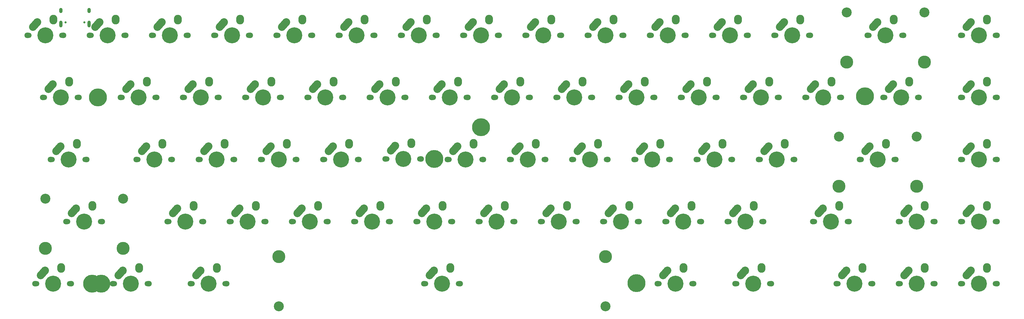
<source format=gbr>
G04 #@! TF.GenerationSoftware,KiCad,Pcbnew,(6.0.2)*
G04 #@! TF.CreationDate,2022-03-30T22:23:49+02:00*
G04 #@! TF.ProjectId,pcb,7063622e-6b69-4636-9164-5f7063625858,rev?*
G04 #@! TF.SameCoordinates,Original*
G04 #@! TF.FileFunction,Soldermask,Top*
G04 #@! TF.FilePolarity,Negative*
%FSLAX46Y46*%
G04 Gerber Fmt 4.6, Leading zero omitted, Abs format (unit mm)*
G04 Created by KiCad (PCBNEW (6.0.2)) date 2022-03-30 22:23:49*
%MOMM*%
%LPD*%
G01*
G04 APERTURE LIST*
G04 Aperture macros list*
%AMHorizOval*
0 Thick line with rounded ends*
0 $1 width*
0 $2 $3 position (X,Y) of the first rounded end (center of the circle)*
0 $4 $5 position (X,Y) of the second rounded end (center of the circle)*
0 Add line between two ends*
20,1,$1,$2,$3,$4,$5,0*
0 Add two circle primitives to create the rounded ends*
1,1,$1,$2,$3*
1,1,$1,$4,$5*%
G04 Aperture macros list end*
%ADD10C,5.500000*%
%ADD11C,1.800000*%
%ADD12C,1.700000*%
%ADD13C,4.900000*%
%ADD14HorizOval,2.400000X-0.669131X-0.743145X0.669131X0.743145X0*%
%ADD15C,2.400000*%
%ADD16O,2.400000X2.950000*%
%ADD17C,3.048000*%
%ADD18C,3.987800*%
%ADD19C,0.650000*%
%ADD20O,1.000000X1.600000*%
%ADD21O,1.000000X2.100000*%
G04 APERTURE END LIST*
D10*
X26625000Y-85725072D03*
X142875000Y-37750000D03*
X260425000Y-28227050D03*
X25600000Y-28575024D03*
X128587608Y-47425040D03*
X190500160Y-85525000D03*
D11*
X80225000Y-9525000D03*
X91225000Y-9525000D03*
D12*
X80645000Y-9525000D03*
D13*
X85725000Y-9525000D03*
D12*
X90805000Y-9525000D03*
D14*
X82594131Y-6231855D03*
D15*
X83225000Y-5525000D03*
D16*
X88225000Y-4725000D03*
D11*
X270725000Y-66675000D03*
D12*
X271145000Y-66675000D03*
D13*
X276225000Y-66675000D03*
D11*
X281725000Y-66675000D03*
D12*
X281305000Y-66675000D03*
D14*
X273094131Y-63381855D03*
D15*
X273725000Y-62675000D03*
D16*
X278725000Y-61875000D03*
D12*
X54451250Y-85725000D03*
D11*
X65031250Y-85725000D03*
D12*
X64611250Y-85725000D03*
D11*
X54031250Y-85725000D03*
D13*
X59531250Y-85725000D03*
D15*
X57031250Y-81725000D03*
D14*
X56400381Y-82431855D03*
D16*
X62031250Y-80925000D03*
D13*
X180975000Y-9525000D03*
D12*
X186055000Y-9525000D03*
X175895000Y-9525000D03*
D11*
X186475000Y-9525000D03*
X175475000Y-9525000D03*
D15*
X178475000Y-5525000D03*
D14*
X177844131Y-6231855D03*
D16*
X183475000Y-4725000D03*
D11*
X146900000Y-28575000D03*
D12*
X157480000Y-28575000D03*
X147320000Y-28575000D03*
D11*
X157900000Y-28575000D03*
D13*
X152400000Y-28575000D03*
D14*
X149269131Y-25281855D03*
D15*
X149900000Y-24575000D03*
D16*
X154900000Y-23775000D03*
D13*
X138112500Y-47625000D03*
D12*
X133032500Y-47625000D03*
X143192500Y-47625000D03*
D11*
X132612500Y-47625000D03*
X143612500Y-47625000D03*
D14*
X134981631Y-44331855D03*
D15*
X135612500Y-43625000D03*
D16*
X140612500Y-42825000D03*
D11*
X196906250Y-85725000D03*
D12*
X207486250Y-85725000D03*
X197326250Y-85725000D03*
D13*
X202406250Y-85725000D03*
D11*
X207906250Y-85725000D03*
D14*
X199275381Y-82431855D03*
D15*
X199906250Y-81725000D03*
D16*
X204906250Y-80925000D03*
D12*
X300355000Y-66675000D03*
D11*
X300775000Y-66675000D03*
X289775000Y-66675000D03*
D13*
X295275000Y-66675000D03*
D12*
X290195000Y-66675000D03*
D15*
X292775000Y-62675000D03*
D14*
X292144131Y-63381855D03*
D16*
X297775000Y-61875000D03*
D12*
X300355000Y-47625000D03*
D11*
X289775000Y-47625000D03*
X300775000Y-47625000D03*
D12*
X290195000Y-47625000D03*
D13*
X295275000Y-47625000D03*
D14*
X292144131Y-44331855D03*
D15*
X292775000Y-43625000D03*
D16*
X297775000Y-42825000D03*
D11*
X115037500Y-66675000D03*
D13*
X109537500Y-66675000D03*
D11*
X104037500Y-66675000D03*
D12*
X114617500Y-66675000D03*
X104457500Y-66675000D03*
D14*
X106406631Y-63381855D03*
D15*
X107037500Y-62675000D03*
D16*
X112037500Y-61875000D03*
D11*
X199287500Y-66675000D03*
D12*
X209867500Y-66675000D03*
X199707500Y-66675000D03*
D11*
X210287500Y-66675000D03*
D13*
X204787500Y-66675000D03*
D14*
X201656631Y-63381855D03*
D15*
X202287500Y-62675000D03*
D16*
X207287500Y-61875000D03*
D12*
X23495000Y-9525000D03*
D13*
X28575000Y-9525000D03*
D11*
X34075000Y-9525000D03*
X23075000Y-9525000D03*
D12*
X33655000Y-9525000D03*
D15*
X26075000Y-5525000D03*
D14*
X25444131Y-6231855D03*
D16*
X31075000Y-4725000D03*
D13*
X226218750Y-85725000D03*
D12*
X231298750Y-85725000D03*
X221138750Y-85725000D03*
D11*
X220718750Y-85725000D03*
X231718750Y-85725000D03*
D15*
X223718750Y-81725000D03*
D14*
X223087881Y-82431855D03*
D16*
X228718750Y-80925000D03*
D12*
X6826250Y-85725000D03*
D13*
X11906250Y-85725000D03*
D11*
X6406250Y-85725000D03*
X17406250Y-85725000D03*
D12*
X16986250Y-85725000D03*
D14*
X8775381Y-82431855D03*
D15*
X9406250Y-81725000D03*
D16*
X14406250Y-80925000D03*
D11*
X189762500Y-47625000D03*
D12*
X190182500Y-47625000D03*
D13*
X195262500Y-47625000D03*
D12*
X200342500Y-47625000D03*
D11*
X200762500Y-47625000D03*
D15*
X192762500Y-43625000D03*
D14*
X192131631Y-44331855D03*
D16*
X197762500Y-42825000D03*
D12*
X95567500Y-66675000D03*
D13*
X90487500Y-66675000D03*
D11*
X84987500Y-66675000D03*
X95987500Y-66675000D03*
D12*
X85407500Y-66675000D03*
D14*
X87356631Y-63381855D03*
D15*
X87987500Y-62675000D03*
D16*
X92987500Y-61875000D03*
D11*
X26931250Y-66675000D03*
D12*
X16351250Y-66675000D03*
D11*
X15931250Y-66675000D03*
D13*
X21431250Y-66675000D03*
D12*
X26511250Y-66675000D03*
D15*
X18931250Y-62675000D03*
D14*
X18300381Y-63381855D03*
D16*
X23931250Y-61875000D03*
D11*
X170712500Y-47625000D03*
D13*
X176212500Y-47625000D03*
D12*
X181292500Y-47625000D03*
X171132500Y-47625000D03*
D11*
X181712500Y-47625000D03*
D14*
X173081631Y-44331855D03*
D15*
X173712500Y-43625000D03*
D16*
X178712500Y-42825000D03*
D11*
X118325000Y-9525000D03*
D12*
X128905000Y-9525000D03*
X118745000Y-9525000D03*
D11*
X129325000Y-9525000D03*
D13*
X123825000Y-9525000D03*
D15*
X121325000Y-5525000D03*
D14*
X120694131Y-6231855D03*
D16*
X126325000Y-4725000D03*
D11*
X41218750Y-85725000D03*
D12*
X30638750Y-85725000D03*
D13*
X35718750Y-85725000D03*
D11*
X30218750Y-85725000D03*
D12*
X40798750Y-85725000D03*
D14*
X32587881Y-82431855D03*
D15*
X33218750Y-81725000D03*
D16*
X38218750Y-80925000D03*
D11*
X227862500Y-47625000D03*
X238862500Y-47625000D03*
D13*
X233362500Y-47625000D03*
D12*
X228282500Y-47625000D03*
X238442500Y-47625000D03*
D15*
X230862500Y-43625000D03*
D14*
X230231631Y-44331855D03*
D16*
X235862500Y-42825000D03*
D13*
X219075000Y-9525000D03*
D12*
X224155000Y-9525000D03*
D11*
X224575000Y-9525000D03*
D12*
X213995000Y-9525000D03*
D11*
X213575000Y-9525000D03*
D14*
X215944131Y-6231855D03*
D15*
X216575000Y-5525000D03*
D16*
X221575000Y-4725000D03*
D12*
X171767500Y-66675000D03*
D13*
X166687500Y-66675000D03*
D12*
X161607500Y-66675000D03*
D11*
X172187500Y-66675000D03*
X161187500Y-66675000D03*
D15*
X164187500Y-62675000D03*
D14*
X163556631Y-63381855D03*
D16*
X169187500Y-61875000D03*
D12*
X133667500Y-66675000D03*
X123507500Y-66675000D03*
D13*
X128587500Y-66675000D03*
D11*
X123087500Y-66675000D03*
X134087500Y-66675000D03*
D15*
X126087500Y-62675000D03*
D14*
X125456631Y-63381855D03*
D16*
X131087500Y-61875000D03*
D12*
X166370000Y-28575000D03*
D13*
X171450000Y-28575000D03*
D12*
X176530000Y-28575000D03*
D11*
X176950000Y-28575000D03*
X165950000Y-28575000D03*
D14*
X168319131Y-25281855D03*
D15*
X168950000Y-24575000D03*
D16*
X173950000Y-23775000D03*
D11*
X156425000Y-9525000D03*
D12*
X156845000Y-9525000D03*
X167005000Y-9525000D03*
D13*
X161925000Y-9525000D03*
D11*
X167425000Y-9525000D03*
D14*
X158794131Y-6231855D03*
D15*
X159425000Y-5525000D03*
D16*
X164425000Y-4725000D03*
D13*
X114300000Y-28575000D03*
D12*
X119380000Y-28575000D03*
X109220000Y-28575000D03*
D11*
X108800000Y-28575000D03*
X119800000Y-28575000D03*
D15*
X111800000Y-24575000D03*
D14*
X111169131Y-25281855D03*
D16*
X116800000Y-23775000D03*
D13*
X16668750Y-47625000D03*
D12*
X11588750Y-47625000D03*
D11*
X11168750Y-47625000D03*
X22168750Y-47625000D03*
D12*
X21748750Y-47625000D03*
D14*
X13537881Y-44331855D03*
D15*
X14168750Y-43625000D03*
D16*
X19168750Y-42825000D03*
D11*
X251675000Y-85725000D03*
D12*
X252095000Y-85725000D03*
X262255000Y-85725000D03*
D13*
X257175000Y-85725000D03*
D11*
X262675000Y-85725000D03*
D15*
X254675000Y-81725000D03*
D14*
X254044131Y-82431855D03*
D16*
X259675000Y-80925000D03*
D11*
X300775000Y-85725000D03*
D12*
X290195000Y-85725000D03*
D11*
X289775000Y-85725000D03*
D12*
X300355000Y-85725000D03*
D13*
X295275000Y-85725000D03*
D15*
X292775000Y-81725000D03*
D14*
X292144131Y-82431855D03*
D16*
X297775000Y-80925000D03*
D12*
X52705000Y-9525000D03*
D11*
X53125000Y-9525000D03*
D13*
X47625000Y-9525000D03*
D12*
X42545000Y-9525000D03*
D11*
X42125000Y-9525000D03*
D15*
X45125000Y-5525000D03*
D14*
X44494131Y-6231855D03*
D16*
X50125000Y-4725000D03*
D13*
X38100000Y-28575000D03*
D11*
X32600000Y-28575000D03*
D12*
X43180000Y-28575000D03*
X33020000Y-28575000D03*
D11*
X43600000Y-28575000D03*
D15*
X35600000Y-24575000D03*
D14*
X34969131Y-25281855D03*
D16*
X40600000Y-23775000D03*
D11*
X223100000Y-28575000D03*
X234100000Y-28575000D03*
D12*
X223520000Y-28575000D03*
X233680000Y-28575000D03*
D13*
X228600000Y-28575000D03*
D15*
X226100000Y-24575000D03*
D14*
X225469131Y-25281855D03*
D16*
X231100000Y-23775000D03*
D17*
X9525000Y-59690000D03*
D18*
X33337500Y-74930000D03*
X9525000Y-74930000D03*
D17*
X33337500Y-59690000D03*
D18*
X180975000Y-77470000D03*
D17*
X180975000Y-92710000D03*
X80962500Y-92710000D03*
D18*
X80962500Y-77470000D03*
D12*
X94932500Y-47625000D03*
X105092500Y-47625000D03*
D11*
X94512500Y-47625000D03*
D13*
X100012500Y-47625000D03*
D11*
X105512500Y-47625000D03*
D15*
X97512500Y-43625000D03*
D14*
X96881631Y-44331855D03*
D16*
X102512500Y-42825000D03*
D12*
X300355000Y-28575000D03*
D13*
X295275000Y-28575000D03*
D12*
X290195000Y-28575000D03*
D11*
X300775000Y-28575000D03*
X289775000Y-28575000D03*
D15*
X292775000Y-24575000D03*
D14*
X292144131Y-25281855D03*
D16*
X297775000Y-23775000D03*
D13*
X9525000Y-9525000D03*
D11*
X4025000Y-9525000D03*
D12*
X4445000Y-9525000D03*
D11*
X15025000Y-9525000D03*
D12*
X14605000Y-9525000D03*
D14*
X6394131Y-6231855D03*
D15*
X7025000Y-5525000D03*
D16*
X12025000Y-4725000D03*
D12*
X185420000Y-28575000D03*
D13*
X190500000Y-28575000D03*
D11*
X185000000Y-28575000D03*
D12*
X195580000Y-28575000D03*
D11*
X196000000Y-28575000D03*
D15*
X188000000Y-24575000D03*
D14*
X187369131Y-25281855D03*
D16*
X193000000Y-23775000D03*
D11*
X194525000Y-9525000D03*
D13*
X200025000Y-9525000D03*
D12*
X194945000Y-9525000D03*
X205105000Y-9525000D03*
D11*
X205525000Y-9525000D03*
D15*
X197525000Y-5525000D03*
D14*
X196894131Y-6231855D03*
D16*
X202525000Y-4725000D03*
D11*
X8787500Y-28575000D03*
X19787500Y-28575000D03*
D13*
X14287500Y-28575000D03*
D12*
X9207500Y-28575000D03*
X19367500Y-28575000D03*
D14*
X11156631Y-25281855D03*
D15*
X11787500Y-24575000D03*
D16*
X16787500Y-23775000D03*
D18*
X252412500Y-55880000D03*
X276225000Y-55880000D03*
D17*
X252412500Y-40640000D03*
X276225000Y-40640000D03*
D13*
X95250000Y-28575000D03*
D11*
X100750000Y-28575000D03*
D12*
X100330000Y-28575000D03*
D11*
X89750000Y-28575000D03*
D12*
X90170000Y-28575000D03*
D14*
X92119131Y-25281855D03*
D15*
X92750000Y-24575000D03*
D16*
X97750000Y-23775000D03*
D12*
X125888750Y-85725000D03*
D11*
X136468750Y-85725000D03*
D13*
X130968750Y-85725000D03*
D12*
X136048750Y-85725000D03*
D11*
X125468750Y-85725000D03*
D15*
X128468750Y-81725000D03*
D14*
X127837881Y-82431855D03*
D16*
X133468750Y-80925000D03*
D11*
X72175000Y-9525000D03*
X61175000Y-9525000D03*
D13*
X66675000Y-9525000D03*
D12*
X71755000Y-9525000D03*
X61595000Y-9525000D03*
D14*
X63544131Y-6231855D03*
D15*
X64175000Y-5525000D03*
D16*
X69175000Y-4725000D03*
D12*
X252730000Y-28575000D03*
X242570000Y-28575000D03*
D11*
X253150000Y-28575000D03*
X242150000Y-28575000D03*
D13*
X247650000Y-28575000D03*
D14*
X244519131Y-25281855D03*
D15*
X245150000Y-24575000D03*
D16*
X250150000Y-23775000D03*
D12*
X209232500Y-47625000D03*
X219392500Y-47625000D03*
D11*
X219812500Y-47625000D03*
D13*
X214312500Y-47625000D03*
D11*
X208812500Y-47625000D03*
D15*
X211812500Y-43625000D03*
D14*
X211181631Y-44331855D03*
D16*
X216812500Y-42825000D03*
D11*
X127850000Y-28575000D03*
D13*
X133350000Y-28575000D03*
D12*
X128270000Y-28575000D03*
X138430000Y-28575000D03*
D11*
X138850000Y-28575000D03*
D15*
X130850000Y-24575000D03*
D14*
X130219131Y-25281855D03*
D16*
X135850000Y-23775000D03*
D11*
X162662500Y-47625000D03*
D13*
X157162500Y-47625000D03*
D12*
X162242500Y-47625000D03*
X152082500Y-47625000D03*
D11*
X151662500Y-47625000D03*
D15*
X154662500Y-43625000D03*
D14*
X154031631Y-44331855D03*
D16*
X159662500Y-42825000D03*
D11*
X70700000Y-28575000D03*
D12*
X81280000Y-28575000D03*
D11*
X81700000Y-28575000D03*
D12*
X71120000Y-28575000D03*
D13*
X76200000Y-28575000D03*
D14*
X73069131Y-25281855D03*
D15*
X73700000Y-24575000D03*
D16*
X78700000Y-23775000D03*
D11*
X137375000Y-9525000D03*
D13*
X142875000Y-9525000D03*
D12*
X147955000Y-9525000D03*
X137795000Y-9525000D03*
D11*
X148375000Y-9525000D03*
D14*
X139744131Y-6231855D03*
D15*
X140375000Y-5525000D03*
D16*
X145375000Y-4725000D03*
D11*
X65937500Y-66675000D03*
X76937500Y-66675000D03*
D12*
X66357500Y-66675000D03*
D13*
X71437500Y-66675000D03*
D12*
X76517500Y-66675000D03*
D15*
X68937500Y-62675000D03*
D14*
X68306631Y-63381855D03*
D16*
X73937500Y-61875000D03*
D13*
X119062500Y-47425040D03*
D12*
X124142500Y-47425040D03*
D11*
X124562500Y-47425040D03*
X113562500Y-47425040D03*
D12*
X113982500Y-47425040D03*
D14*
X115931631Y-44131895D03*
D15*
X116562500Y-43425040D03*
D16*
X121562500Y-42625040D03*
D11*
X142137500Y-66675000D03*
D13*
X147637500Y-66675000D03*
D11*
X153137500Y-66675000D03*
D12*
X142557500Y-66675000D03*
X152717500Y-66675000D03*
D14*
X144506631Y-63381855D03*
D15*
X145137500Y-62675000D03*
D16*
X150137500Y-61875000D03*
D11*
X67412500Y-47625000D03*
D13*
X61912500Y-47625000D03*
D12*
X66992500Y-47625000D03*
D11*
X56412500Y-47625000D03*
D12*
X56832500Y-47625000D03*
D15*
X59412500Y-43625000D03*
D14*
X58781631Y-44331855D03*
D16*
X64412500Y-42825000D03*
D11*
X272200000Y-9525000D03*
X261200000Y-9525000D03*
D12*
X271780000Y-9525000D03*
D13*
X266700000Y-9525000D03*
D12*
X261620000Y-9525000D03*
D15*
X264200000Y-5525000D03*
D14*
X263569131Y-6231855D03*
D16*
X269200000Y-4725000D03*
D12*
X233045000Y-9525000D03*
X243205000Y-9525000D03*
D11*
X243625000Y-9525000D03*
X232625000Y-9525000D03*
D13*
X238125000Y-9525000D03*
D15*
X235625000Y-5525000D03*
D14*
X234994131Y-6231855D03*
D16*
X240625000Y-4725000D03*
D11*
X62650000Y-28575000D03*
D13*
X57150000Y-28575000D03*
D12*
X52070000Y-28575000D03*
X62230000Y-28575000D03*
D11*
X51650000Y-28575000D03*
D15*
X54650000Y-24575000D03*
D14*
X54019131Y-25281855D03*
D16*
X59650000Y-23775000D03*
D13*
X223837500Y-66675000D03*
D12*
X218757500Y-66675000D03*
D11*
X229337500Y-66675000D03*
X218337500Y-66675000D03*
D12*
X228917500Y-66675000D03*
D14*
X220706631Y-63381855D03*
D15*
X221337500Y-62675000D03*
D16*
X226337500Y-61875000D03*
D11*
X255531250Y-66675000D03*
D12*
X244951250Y-66675000D03*
X255111250Y-66675000D03*
D13*
X250031250Y-66675000D03*
D11*
X244531250Y-66675000D03*
D15*
X247531250Y-62675000D03*
D14*
X246900381Y-63381855D03*
D16*
X252531250Y-61875000D03*
D18*
X254793750Y-17780000D03*
D17*
X278606250Y-2540000D03*
X254793750Y-2540000D03*
D18*
X278606250Y-17780000D03*
D12*
X266382500Y-28575000D03*
D13*
X271462500Y-28575000D03*
D12*
X276542500Y-28575000D03*
D11*
X265962500Y-28575000D03*
X276962500Y-28575000D03*
D14*
X268331631Y-25281855D03*
D15*
X268962500Y-24575000D03*
D16*
X273962500Y-23775000D03*
D12*
X99695000Y-9525000D03*
D11*
X110275000Y-9525000D03*
X99275000Y-9525000D03*
D13*
X104775000Y-9525000D03*
D12*
X109855000Y-9525000D03*
D14*
X101644131Y-6231855D03*
D15*
X102275000Y-5525000D03*
D16*
X107275000Y-4725000D03*
D12*
X57467500Y-66675000D03*
D11*
X46887500Y-66675000D03*
D13*
X52387500Y-66675000D03*
D11*
X57887500Y-66675000D03*
D12*
X47307500Y-66675000D03*
D14*
X49256631Y-63381855D03*
D15*
X49887500Y-62675000D03*
D16*
X54887500Y-61875000D03*
D10*
X23812500Y-85725072D03*
D12*
X214630000Y-28575000D03*
D13*
X209550000Y-28575000D03*
D11*
X204050000Y-28575000D03*
X215050000Y-28575000D03*
D12*
X204470000Y-28575000D03*
D14*
X206419131Y-25281855D03*
D15*
X207050000Y-24575000D03*
D16*
X212050000Y-23775000D03*
D11*
X37362500Y-47625000D03*
D13*
X42862500Y-47625000D03*
D11*
X48362500Y-47625000D03*
D12*
X47942500Y-47625000D03*
X37782500Y-47625000D03*
D15*
X40362500Y-43625000D03*
D14*
X39731631Y-44331855D03*
D16*
X45362500Y-42825000D03*
D11*
X269818750Y-47625000D03*
D12*
X259238750Y-47625000D03*
D13*
X264318750Y-47625000D03*
D12*
X269398750Y-47625000D03*
D11*
X258818750Y-47625000D03*
D14*
X261187881Y-44331855D03*
D15*
X261818750Y-43625000D03*
D16*
X266818750Y-42825000D03*
D13*
X295275000Y-9525000D03*
D11*
X289775000Y-9525000D03*
X300775000Y-9525000D03*
D12*
X290195000Y-9525000D03*
X300355000Y-9525000D03*
D14*
X292144131Y-6231855D03*
D15*
X292775000Y-5525000D03*
D16*
X297775000Y-4725000D03*
D11*
X191237500Y-66675000D03*
D13*
X185737500Y-66675000D03*
D12*
X180657500Y-66675000D03*
X190817500Y-66675000D03*
D11*
X180237500Y-66675000D03*
D14*
X182606631Y-63381855D03*
D15*
X183237500Y-62675000D03*
D16*
X188237500Y-61875000D03*
D11*
X86462500Y-47625000D03*
X75462500Y-47625000D03*
D13*
X80962500Y-47625000D03*
D12*
X75882500Y-47625000D03*
X86042500Y-47625000D03*
D14*
X77831631Y-44331855D03*
D15*
X78462500Y-43625000D03*
D16*
X83462500Y-42825000D03*
D13*
X276225000Y-85725000D03*
D12*
X281305000Y-85725000D03*
D11*
X270725000Y-85725000D03*
X281725000Y-85725000D03*
D12*
X271145000Y-85725000D03*
D15*
X273725000Y-81725000D03*
D14*
X273094131Y-82431855D03*
D16*
X278725000Y-80925000D03*
D19*
X15710000Y-5550000D03*
X21490000Y-5550000D03*
D20*
X14280000Y-1900000D03*
D21*
X14280000Y-6080000D03*
X22920000Y-6080000D03*
D20*
X22920000Y-1900000D03*
M02*

</source>
